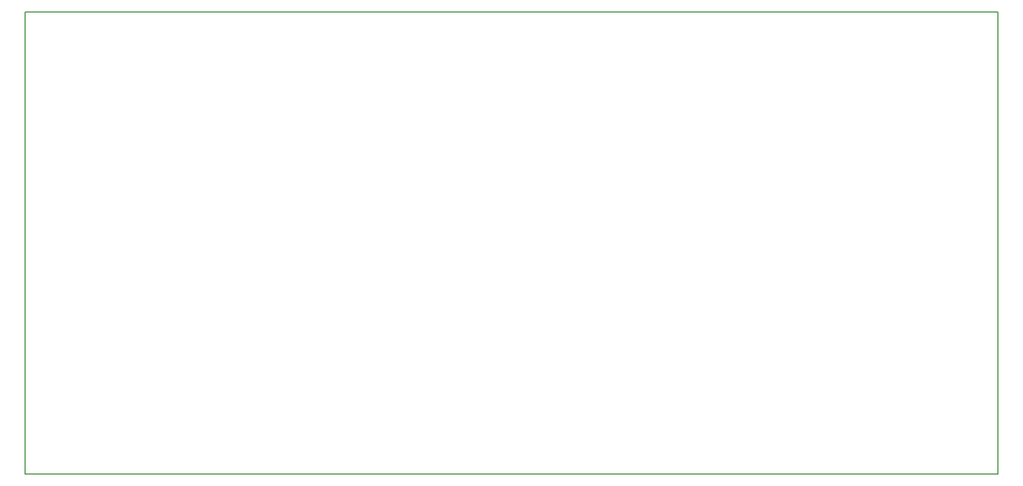
<source format=gbr>
G04 PROTEUS GERBER X2 FILE*
%TF.GenerationSoftware,Labcenter,Proteus,8.7-SP3-Build25561*%
%TF.CreationDate,2021-04-27T11:42:45+00:00*%
%TF.FileFunction,NonPlated,1,6,NPTH*%
%TF.FilePolarity,Positive*%
%TF.Part,Single*%
%TF.SameCoordinates,{6203c4a4-ae23-4678-9b2e-be1f49d5fe9b}*%
%FSLAX45Y45*%
%MOMM*%
G01*
%TA.AperFunction,Profile*%
%ADD37C,0.203200*%
%TD.AperFunction*%
D37*
X-6604000Y-4254500D02*
X+8509000Y-4254500D01*
X+8509000Y+2921000D01*
X-6604000Y+2921000D01*
X-6604000Y-4254500D01*
M02*

</source>
